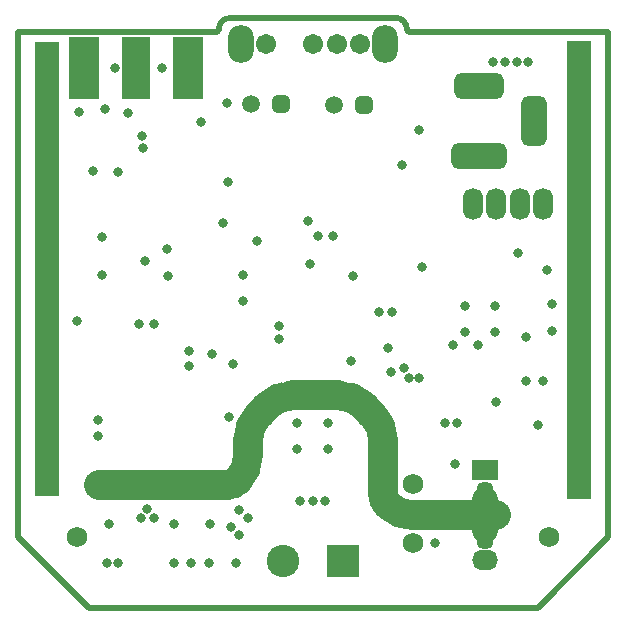
<source format=gbs>
G04*
G04 #@! TF.GenerationSoftware,Altium Limited,CircuitStudio,1.5.2 (1.5.2.30)*
G04*
G04 Layer_Color=8150272*
%FSLAX44Y44*%
%MOMM*%
G71*
G01*
G75*
%ADD34C,0.5000*%
%ADD36C,2.5000*%
%ADD56R,2.0000X38.5000*%
%ADD63R,2.6162X5.2832*%
%ADD83O,1.7032X2.7032*%
%ADD84C,1.7272*%
%ADD85C,1.5032*%
G04:AMPARAMS|DCode=86|XSize=1.5032mm|YSize=1.5032mm|CornerRadius=0.4266mm|HoleSize=0mm|Usage=FLASHONLY|Rotation=180.000|XOffset=0mm|YOffset=0mm|HoleType=Round|Shape=RoundedRectangle|*
%AMROUNDEDRECTD86*
21,1,1.5032,0.6500,0,0,180.0*
21,1,0.6500,1.5032,0,0,180.0*
1,1,0.8532,-0.3250,0.3250*
1,1,0.8532,0.3250,0.3250*
1,1,0.8532,0.3250,-0.3250*
1,1,0.8532,-0.3250,-0.3250*
%
%ADD86ROUNDEDRECTD86*%
G04:AMPARAMS|DCode=87|XSize=2.2032mm|YSize=4.2032mm|CornerRadius=0.6016mm|HoleSize=0mm|Usage=FLASHONLY|Rotation=90.000|XOffset=0mm|YOffset=0mm|HoleType=Round|Shape=RoundedRectangle|*
%AMROUNDEDRECTD87*
21,1,2.2032,3.0000,0,0,90.0*
21,1,1.0000,4.2032,0,0,90.0*
1,1,1.2032,1.5000,0.5000*
1,1,1.2032,1.5000,-0.5000*
1,1,1.2032,-1.5000,-0.5000*
1,1,1.2032,-1.5000,0.5000*
%
%ADD87ROUNDEDRECTD87*%
G04:AMPARAMS|DCode=88|XSize=2.2032mm|YSize=4.7032mm|CornerRadius=0.6016mm|HoleSize=0mm|Usage=FLASHONLY|Rotation=270.000|XOffset=0mm|YOffset=0mm|HoleType=Round|Shape=RoundedRectangle|*
%AMROUNDEDRECTD88*
21,1,2.2032,3.5000,0,0,270.0*
21,1,1.0000,4.7032,0,0,270.0*
1,1,1.2032,-1.7500,-0.5000*
1,1,1.2032,-1.7500,0.5000*
1,1,1.2032,1.7500,0.5000*
1,1,1.2032,1.7500,-0.5000*
%
%ADD88ROUNDEDRECTD88*%
G04:AMPARAMS|DCode=89|XSize=2.2032mm|YSize=4.2032mm|CornerRadius=0.6016mm|HoleSize=0mm|Usage=FLASHONLY|Rotation=180.000|XOffset=0mm|YOffset=0mm|HoleType=Round|Shape=RoundedRectangle|*
%AMROUNDEDRECTD89*
21,1,2.2032,3.0000,0,0,180.0*
21,1,1.0000,4.2032,0,0,180.0*
1,1,1.2032,-0.5000,1.5000*
1,1,1.2032,0.5000,1.5000*
1,1,1.2032,0.5000,-1.5000*
1,1,1.2032,-0.5000,-1.5000*
%
%ADD89ROUNDEDRECTD89*%
%ADD90C,1.7032*%
%ADD91O,2.2032X3.2032*%
%ADD92R,2.7432X2.7432*%
%ADD93C,2.7432*%
%ADD94O,2.2032X1.7032*%
%ADD95C,2.2032*%
%ADD96R,2.2032X1.7032*%
%ADD97C,0.8032*%
%ADD98C,1.4532*%
%ADD99R,2.0000X38.7500*%
%ADD100R,2.4892X5.2832*%
D34*
X350049Y837549D02*
G03*
X352549Y840049I0J2500D01*
G01*
X362549Y850049D02*
G03*
X352549Y840049I0J-10000D01*
G01*
X512000D02*
G03*
X514500Y837549I2500J0D01*
G01*
X512000Y840049D02*
G03*
X502000Y850049I-10000J0D01*
G01*
X362549D02*
X502000D01*
X667500Y837549D02*
X682500D01*
X514500D02*
X667500D01*
X182500Y837500D02*
X350049D01*
X682500Y410000D02*
Y837549D01*
X622600Y350100D02*
X682500Y410000D01*
X182500D02*
Y837500D01*
X242400Y350100D02*
X622600D01*
X182500Y410000D02*
X242400Y350100D01*
D36*
X359439Y454150D02*
G03*
X368420Y457870I0J12700D01*
G01*
D02*
G03*
X377400Y479550I-21680J21680D01*
G01*
X386380Y513930D02*
G03*
X377400Y492250I21680J-21680D01*
G01*
X415500Y530350D02*
G03*
X393820Y521370I0J-30661D01*
G01*
X475280D02*
G03*
X453600Y530350I-21680J-21680D01*
G01*
X491700Y492250D02*
G03*
X482720Y513930I-30661J0D01*
G01*
X491700Y446711D02*
G03*
X495420Y437730I12700J0D01*
G01*
D02*
G03*
X517100Y428750I21680J21680D01*
G01*
X251000Y454150D02*
X359439D01*
X377400Y479550D02*
Y492250D01*
X386380Y513930D02*
X393820Y521370D01*
X415500Y530350D02*
X453600D01*
X475280Y521370D02*
X482720Y513930D01*
X491700Y446711D02*
Y492250D01*
X517100Y428750D02*
X587250D01*
D56*
X207500Y637500D02*
D03*
D63*
X238685Y807000D02*
D03*
X326315D02*
D03*
D83*
X567500Y692500D02*
D03*
X587500D02*
D03*
X607500D02*
D03*
X627500D02*
D03*
D84*
X232500Y410000D02*
D03*
X632500D02*
D03*
X517000Y405000D02*
D03*
Y455000D02*
D03*
D85*
X379800Y777000D02*
D03*
X449800Y776000D02*
D03*
D86*
X405200Y777000D02*
D03*
X475200Y776000D02*
D03*
D87*
X572500Y792500D02*
D03*
D88*
Y732500D02*
D03*
D89*
X619500Y762500D02*
D03*
D90*
X392500Y827500D02*
D03*
X432500D02*
D03*
X452500D02*
D03*
X472500D02*
D03*
D91*
X371500D02*
D03*
X493500D02*
D03*
D92*
X457900Y390000D02*
D03*
D93*
X407100D02*
D03*
D94*
X578250Y390650D02*
D03*
D95*
Y416050D02*
D03*
Y441450D02*
D03*
D96*
Y466850D02*
D03*
D97*
X630750Y636395D02*
D03*
X585000Y812500D02*
D03*
X595000D02*
D03*
X605000D02*
D03*
X613988D02*
D03*
X507500Y725000D02*
D03*
X522500Y755000D02*
D03*
X345500Y421750D02*
D03*
X314500D02*
D03*
X292250Y434000D02*
D03*
X297500Y426250D02*
D03*
X286750Y426750D02*
D03*
X259750Y421500D02*
D03*
X282500Y787750D02*
D03*
X657500Y805000D02*
D03*
X524500Y638750D02*
D03*
X572250Y573000D02*
D03*
X403500Y578000D02*
D03*
X449500Y665000D02*
D03*
X403500Y589000D02*
D03*
X373500Y632000D02*
D03*
Y610000D02*
D03*
X657500Y705000D02*
D03*
Y685000D02*
D03*
Y695000D02*
D03*
X232500Y593000D02*
D03*
X288000Y750000D02*
D03*
X657500Y675000D02*
D03*
X207500Y665000D02*
D03*
X359500Y777715D02*
D03*
X509400Y553052D02*
D03*
X256500Y773000D02*
D03*
X337500Y762000D02*
D03*
X288500Y740000D02*
D03*
X267500Y719460D02*
D03*
X360000Y710598D02*
D03*
X207500Y715000D02*
D03*
X234250Y769751D02*
D03*
X635000Y607500D02*
D03*
Y585000D02*
D03*
X627500Y542500D02*
D03*
X622500Y505000D02*
D03*
X612500Y580000D02*
D03*
Y542500D02*
D03*
X513250Y545250D02*
D03*
X522500D02*
D03*
X587499Y525000D02*
D03*
X586500Y584000D02*
D03*
X586250Y606250D02*
D03*
X657500Y585000D02*
D03*
Y595000D02*
D03*
Y605000D02*
D03*
X464250Y559250D02*
D03*
X207500Y485000D02*
D03*
Y475000D02*
D03*
Y805000D02*
D03*
Y825000D02*
D03*
Y815000D02*
D03*
Y795000D02*
D03*
Y755000D02*
D03*
Y775000D02*
D03*
Y785000D02*
D03*
Y765000D02*
D03*
Y735000D02*
D03*
Y745000D02*
D03*
Y725000D02*
D03*
Y605000D02*
D03*
Y625000D02*
D03*
Y615000D02*
D03*
Y595000D02*
D03*
Y645000D02*
D03*
Y655000D02*
D03*
Y635000D02*
D03*
Y675000D02*
D03*
Y695000D02*
D03*
Y705000D02*
D03*
Y685000D02*
D03*
Y505000D02*
D03*
Y495000D02*
D03*
Y525000D02*
D03*
Y545000D02*
D03*
Y535000D02*
D03*
Y515000D02*
D03*
Y555000D02*
D03*
Y575000D02*
D03*
Y585000D02*
D03*
Y565000D02*
D03*
X657500Y465000D02*
D03*
Y455000D02*
D03*
Y565000D02*
D03*
Y575000D02*
D03*
Y555000D02*
D03*
Y515000D02*
D03*
Y535000D02*
D03*
Y545000D02*
D03*
Y525000D02*
D03*
Y475000D02*
D03*
Y495000D02*
D03*
Y505000D02*
D03*
Y485000D02*
D03*
Y635000D02*
D03*
Y655000D02*
D03*
Y665000D02*
D03*
Y645000D02*
D03*
Y615000D02*
D03*
Y625000D02*
D03*
Y725000D02*
D03*
Y745000D02*
D03*
Y735000D02*
D03*
Y715000D02*
D03*
Y765000D02*
D03*
Y785000D02*
D03*
Y775000D02*
D03*
Y755000D02*
D03*
Y795000D02*
D03*
Y815000D02*
D03*
Y825000D02*
D03*
X361000Y512000D02*
D03*
X370000Y412000D02*
D03*
X363000Y419000D02*
D03*
X370000Y433000D02*
D03*
X367000Y388000D02*
D03*
X258000D02*
D03*
X329500D02*
D03*
X344000D02*
D03*
X267000D02*
D03*
X315000D02*
D03*
X304500Y807500D02*
D03*
X264500D02*
D03*
X498250Y550000D02*
D03*
X466250Y631000D02*
D03*
X499250Y601000D02*
D03*
X496250Y570000D02*
D03*
X488250Y601000D02*
D03*
X536000Y405660D02*
D03*
X327250Y555250D02*
D03*
X552750Y472000D02*
D03*
X544000Y506500D02*
D03*
X554500D02*
D03*
X561250Y583750D02*
D03*
X550840Y573000D02*
D03*
X347250Y565000D02*
D03*
X298001Y590499D02*
D03*
X606266Y650983D02*
D03*
X560999Y605999D02*
D03*
X428000Y678000D02*
D03*
X437000Y665000D02*
D03*
X429500Y641500D02*
D03*
X376999Y426000D02*
D03*
X445000Y485000D02*
D03*
X419000D02*
D03*
X421500Y441000D02*
D03*
X442500D02*
D03*
X432230D02*
D03*
X419000Y507000D02*
D03*
X445000D02*
D03*
X327000Y568000D02*
D03*
X250750Y509750D02*
D03*
Y495750D02*
D03*
X275500Y769000D02*
D03*
X246049Y719790D02*
D03*
X365000Y557000D02*
D03*
X290000Y644000D02*
D03*
X309000Y654000D02*
D03*
X309382Y631000D02*
D03*
X254000Y632000D02*
D03*
Y664000D02*
D03*
X356000Y676000D02*
D03*
X384951Y660710D02*
D03*
X284875Y590500D02*
D03*
D98*
X578250Y407164D02*
D03*
Y450336D02*
D03*
D99*
X657500Y636250D02*
D03*
D100*
X282500Y807000D02*
D03*
M02*

</source>
